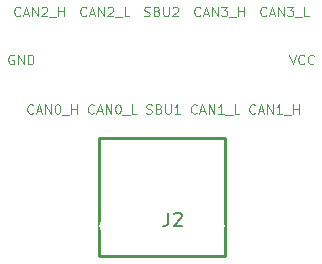
<source format=gbr>
%TF.GenerationSoftware,KiCad,Pcbnew,7.0.5*%
%TF.CreationDate,2024-03-06T10:31:56-05:00*%
%TF.ProjectId,female_connector,66656d61-6c65-45f6-936f-6e6e6563746f,rev?*%
%TF.SameCoordinates,Original*%
%TF.FileFunction,Legend,Top*%
%TF.FilePolarity,Positive*%
%FSLAX46Y46*%
G04 Gerber Fmt 4.6, Leading zero omitted, Abs format (unit mm)*
G04 Created by KiCad (PCBNEW 7.0.5) date 2024-03-06 10:31:56*
%MOMM*%
%LPD*%
G01*
G04 APERTURE LIST*
%ADD10C,0.152000*%
%ADD11C,0.100000*%
%ADD12C,0.254000*%
%ADD13C,0.650000*%
%ADD14O,1.700000X1.000000*%
%ADD15R,0.300000X1.000000*%
%ADD16C,0.600000*%
%ADD17C,3.000000*%
G04 APERTURE END LIST*
D10*
%TO.C,J2*%
X574714Y-8902869D02*
X574714Y-9719298D01*
X574714Y-9719298D02*
X520285Y-9882583D01*
X520285Y-9882583D02*
X411428Y-9991441D01*
X411428Y-9991441D02*
X248142Y-10045869D01*
X248142Y-10045869D02*
X139285Y-10045869D01*
X1064571Y-9011726D02*
X1118999Y-8957298D01*
X1118999Y-8957298D02*
X1227857Y-8902869D01*
X1227857Y-8902869D02*
X1499999Y-8902869D01*
X1499999Y-8902869D02*
X1608857Y-8957298D01*
X1608857Y-8957298D02*
X1663285Y-9011726D01*
X1663285Y-9011726D02*
X1717714Y-9120583D01*
X1717714Y-9120583D02*
X1717714Y-9229441D01*
X1717714Y-9229441D02*
X1663285Y-9392726D01*
X1663285Y-9392726D02*
X1010142Y-10045869D01*
X1010142Y-10045869D02*
X1717714Y-10045869D01*
D11*
%TO.C,J1*%
X10809979Y4459105D02*
X11076646Y3659105D01*
X11076646Y3659105D02*
X11343312Y4459105D01*
X12067122Y3735296D02*
X12029026Y3697200D01*
X12029026Y3697200D02*
X11914741Y3659105D01*
X11914741Y3659105D02*
X11838550Y3659105D01*
X11838550Y3659105D02*
X11724264Y3697200D01*
X11724264Y3697200D02*
X11648074Y3773391D01*
X11648074Y3773391D02*
X11609979Y3849581D01*
X11609979Y3849581D02*
X11571883Y4001962D01*
X11571883Y4001962D02*
X11571883Y4116248D01*
X11571883Y4116248D02*
X11609979Y4268629D01*
X11609979Y4268629D02*
X11648074Y4344820D01*
X11648074Y4344820D02*
X11724264Y4421010D01*
X11724264Y4421010D02*
X11838550Y4459105D01*
X11838550Y4459105D02*
X11914741Y4459105D01*
X11914741Y4459105D02*
X12029026Y4421010D01*
X12029026Y4421010D02*
X12067122Y4382915D01*
X12867122Y3735296D02*
X12829026Y3697200D01*
X12829026Y3697200D02*
X12714741Y3659105D01*
X12714741Y3659105D02*
X12638550Y3659105D01*
X12638550Y3659105D02*
X12524264Y3697200D01*
X12524264Y3697200D02*
X12448074Y3773391D01*
X12448074Y3773391D02*
X12409979Y3849581D01*
X12409979Y3849581D02*
X12371883Y4001962D01*
X12371883Y4001962D02*
X12371883Y4116248D01*
X12371883Y4116248D02*
X12409979Y4268629D01*
X12409979Y4268629D02*
X12448074Y4344820D01*
X12448074Y4344820D02*
X12524264Y4421010D01*
X12524264Y4421010D02*
X12638550Y4459105D01*
X12638550Y4459105D02*
X12714741Y4459105D01*
X12714741Y4459105D02*
X12829026Y4421010D01*
X12829026Y4421010D02*
X12867122Y4382915D01*
X3253406Y7799296D02*
X3215310Y7761200D01*
X3215310Y7761200D02*
X3101025Y7723105D01*
X3101025Y7723105D02*
X3024834Y7723105D01*
X3024834Y7723105D02*
X2910548Y7761200D01*
X2910548Y7761200D02*
X2834358Y7837391D01*
X2834358Y7837391D02*
X2796263Y7913581D01*
X2796263Y7913581D02*
X2758167Y8065962D01*
X2758167Y8065962D02*
X2758167Y8180248D01*
X2758167Y8180248D02*
X2796263Y8332629D01*
X2796263Y8332629D02*
X2834358Y8408820D01*
X2834358Y8408820D02*
X2910548Y8485010D01*
X2910548Y8485010D02*
X3024834Y8523105D01*
X3024834Y8523105D02*
X3101025Y8523105D01*
X3101025Y8523105D02*
X3215310Y8485010D01*
X3215310Y8485010D02*
X3253406Y8446915D01*
X3558167Y7951677D02*
X3939120Y7951677D01*
X3481977Y7723105D02*
X3748644Y8523105D01*
X3748644Y8523105D02*
X4015310Y7723105D01*
X4281977Y7723105D02*
X4281977Y8523105D01*
X4281977Y8523105D02*
X4739120Y7723105D01*
X4739120Y7723105D02*
X4739120Y8523105D01*
X5043881Y8523105D02*
X5539119Y8523105D01*
X5539119Y8523105D02*
X5272453Y8218343D01*
X5272453Y8218343D02*
X5386738Y8218343D01*
X5386738Y8218343D02*
X5462929Y8180248D01*
X5462929Y8180248D02*
X5501024Y8142153D01*
X5501024Y8142153D02*
X5539119Y8065962D01*
X5539119Y8065962D02*
X5539119Y7875486D01*
X5539119Y7875486D02*
X5501024Y7799296D01*
X5501024Y7799296D02*
X5462929Y7761200D01*
X5462929Y7761200D02*
X5386738Y7723105D01*
X5386738Y7723105D02*
X5158167Y7723105D01*
X5158167Y7723105D02*
X5081976Y7761200D01*
X5081976Y7761200D02*
X5043881Y7799296D01*
X5691501Y7646915D02*
X6301024Y7646915D01*
X6491501Y7723105D02*
X6491501Y8523105D01*
X6491501Y8142153D02*
X6948644Y8142153D01*
X6948644Y7723105D02*
X6948644Y8523105D01*
X-5757213Y-455704D02*
X-5795309Y-493800D01*
X-5795309Y-493800D02*
X-5909594Y-531895D01*
X-5909594Y-531895D02*
X-5985785Y-531895D01*
X-5985785Y-531895D02*
X-6100071Y-493800D01*
X-6100071Y-493800D02*
X-6176261Y-417609D01*
X-6176261Y-417609D02*
X-6214356Y-341419D01*
X-6214356Y-341419D02*
X-6252452Y-189038D01*
X-6252452Y-189038D02*
X-6252452Y-74752D01*
X-6252452Y-74752D02*
X-6214356Y77629D01*
X-6214356Y77629D02*
X-6176261Y153820D01*
X-6176261Y153820D02*
X-6100071Y230010D01*
X-6100071Y230010D02*
X-5985785Y268105D01*
X-5985785Y268105D02*
X-5909594Y268105D01*
X-5909594Y268105D02*
X-5795309Y230010D01*
X-5795309Y230010D02*
X-5757213Y191915D01*
X-5452452Y-303323D02*
X-5071499Y-303323D01*
X-5528642Y-531895D02*
X-5261975Y268105D01*
X-5261975Y268105D02*
X-4995309Y-531895D01*
X-4728642Y-531895D02*
X-4728642Y268105D01*
X-4728642Y268105D02*
X-4271499Y-531895D01*
X-4271499Y-531895D02*
X-4271499Y268105D01*
X-3738166Y268105D02*
X-3661976Y268105D01*
X-3661976Y268105D02*
X-3585785Y230010D01*
X-3585785Y230010D02*
X-3547690Y191915D01*
X-3547690Y191915D02*
X-3509595Y115724D01*
X-3509595Y115724D02*
X-3471500Y-36657D01*
X-3471500Y-36657D02*
X-3471500Y-227133D01*
X-3471500Y-227133D02*
X-3509595Y-379514D01*
X-3509595Y-379514D02*
X-3547690Y-455704D01*
X-3547690Y-455704D02*
X-3585785Y-493800D01*
X-3585785Y-493800D02*
X-3661976Y-531895D01*
X-3661976Y-531895D02*
X-3738166Y-531895D01*
X-3738166Y-531895D02*
X-3814357Y-493800D01*
X-3814357Y-493800D02*
X-3852452Y-455704D01*
X-3852452Y-455704D02*
X-3890547Y-379514D01*
X-3890547Y-379514D02*
X-3928643Y-227133D01*
X-3928643Y-227133D02*
X-3928643Y-36657D01*
X-3928643Y-36657D02*
X-3890547Y115724D01*
X-3890547Y115724D02*
X-3852452Y191915D01*
X-3852452Y191915D02*
X-3814357Y230010D01*
X-3814357Y230010D02*
X-3738166Y268105D01*
X-3319118Y-608085D02*
X-2709595Y-608085D01*
X-2138166Y-531895D02*
X-2519118Y-531895D01*
X-2519118Y-531895D02*
X-2519118Y268105D01*
X-1305833Y-493800D02*
X-1191547Y-531895D01*
X-1191547Y-531895D02*
X-1001071Y-531895D01*
X-1001071Y-531895D02*
X-924880Y-493800D01*
X-924880Y-493800D02*
X-886785Y-455704D01*
X-886785Y-455704D02*
X-848690Y-379514D01*
X-848690Y-379514D02*
X-848690Y-303323D01*
X-848690Y-303323D02*
X-886785Y-227133D01*
X-886785Y-227133D02*
X-924880Y-189038D01*
X-924880Y-189038D02*
X-1001071Y-150942D01*
X-1001071Y-150942D02*
X-1153452Y-112847D01*
X-1153452Y-112847D02*
X-1229642Y-74752D01*
X-1229642Y-74752D02*
X-1267737Y-36657D01*
X-1267737Y-36657D02*
X-1305833Y39534D01*
X-1305833Y39534D02*
X-1305833Y115724D01*
X-1305833Y115724D02*
X-1267737Y191915D01*
X-1267737Y191915D02*
X-1229642Y230010D01*
X-1229642Y230010D02*
X-1153452Y268105D01*
X-1153452Y268105D02*
X-962975Y268105D01*
X-962975Y268105D02*
X-848690Y230010D01*
X-239166Y-112847D02*
X-124880Y-150942D01*
X-124880Y-150942D02*
X-86785Y-189038D01*
X-86785Y-189038D02*
X-48689Y-265228D01*
X-48689Y-265228D02*
X-48689Y-379514D01*
X-48689Y-379514D02*
X-86785Y-455704D01*
X-86785Y-455704D02*
X-124880Y-493800D01*
X-124880Y-493800D02*
X-201070Y-531895D01*
X-201070Y-531895D02*
X-505832Y-531895D01*
X-505832Y-531895D02*
X-505832Y268105D01*
X-505832Y268105D02*
X-239166Y268105D01*
X-239166Y268105D02*
X-162975Y230010D01*
X-162975Y230010D02*
X-124880Y191915D01*
X-124880Y191915D02*
X-86785Y115724D01*
X-86785Y115724D02*
X-86785Y39534D01*
X-86785Y39534D02*
X-124880Y-36657D01*
X-124880Y-36657D02*
X-162975Y-74752D01*
X-162975Y-74752D02*
X-239166Y-112847D01*
X-239166Y-112847D02*
X-505832Y-112847D01*
X294168Y268105D02*
X294168Y-379514D01*
X294168Y-379514D02*
X332263Y-455704D01*
X332263Y-455704D02*
X370358Y-493800D01*
X370358Y-493800D02*
X446549Y-531895D01*
X446549Y-531895D02*
X598930Y-531895D01*
X598930Y-531895D02*
X675120Y-493800D01*
X675120Y-493800D02*
X713215Y-455704D01*
X713215Y-455704D02*
X751311Y-379514D01*
X751311Y-379514D02*
X751311Y268105D01*
X1551310Y-531895D02*
X1094167Y-531895D01*
X1322739Y-531895D02*
X1322739Y268105D01*
X1322739Y268105D02*
X1246548Y153820D01*
X1246548Y153820D02*
X1170358Y77629D01*
X1170358Y77629D02*
X1094167Y39534D01*
X-12532688Y4421010D02*
X-12608878Y4459105D01*
X-12608878Y4459105D02*
X-12723164Y4459105D01*
X-12723164Y4459105D02*
X-12837450Y4421010D01*
X-12837450Y4421010D02*
X-12913640Y4344820D01*
X-12913640Y4344820D02*
X-12951735Y4268629D01*
X-12951735Y4268629D02*
X-12989831Y4116248D01*
X-12989831Y4116248D02*
X-12989831Y4001962D01*
X-12989831Y4001962D02*
X-12951735Y3849581D01*
X-12951735Y3849581D02*
X-12913640Y3773391D01*
X-12913640Y3773391D02*
X-12837450Y3697200D01*
X-12837450Y3697200D02*
X-12723164Y3659105D01*
X-12723164Y3659105D02*
X-12646973Y3659105D01*
X-12646973Y3659105D02*
X-12532688Y3697200D01*
X-12532688Y3697200D02*
X-12494592Y3735296D01*
X-12494592Y3735296D02*
X-12494592Y4001962D01*
X-12494592Y4001962D02*
X-12646973Y4001962D01*
X-12151735Y3659105D02*
X-12151735Y4459105D01*
X-12151735Y4459105D02*
X-11694592Y3659105D01*
X-11694592Y3659105D02*
X-11694592Y4459105D01*
X-11313640Y3659105D02*
X-11313640Y4459105D01*
X-11313640Y4459105D02*
X-11123164Y4459105D01*
X-11123164Y4459105D02*
X-11008878Y4421010D01*
X-11008878Y4421010D02*
X-10932688Y4344820D01*
X-10932688Y4344820D02*
X-10894593Y4268629D01*
X-10894593Y4268629D02*
X-10856497Y4116248D01*
X-10856497Y4116248D02*
X-10856497Y4001962D01*
X-10856497Y4001962D02*
X-10894593Y3849581D01*
X-10894593Y3849581D02*
X-10932688Y3773391D01*
X-10932688Y3773391D02*
X-11008878Y3697200D01*
X-11008878Y3697200D02*
X-11123164Y3659105D01*
X-11123164Y3659105D02*
X-11313640Y3659105D01*
X-1467881Y7761200D02*
X-1353595Y7723105D01*
X-1353595Y7723105D02*
X-1163119Y7723105D01*
X-1163119Y7723105D02*
X-1086928Y7761200D01*
X-1086928Y7761200D02*
X-1048833Y7799296D01*
X-1048833Y7799296D02*
X-1010738Y7875486D01*
X-1010738Y7875486D02*
X-1010738Y7951677D01*
X-1010738Y7951677D02*
X-1048833Y8027867D01*
X-1048833Y8027867D02*
X-1086928Y8065962D01*
X-1086928Y8065962D02*
X-1163119Y8104058D01*
X-1163119Y8104058D02*
X-1315500Y8142153D01*
X-1315500Y8142153D02*
X-1391690Y8180248D01*
X-1391690Y8180248D02*
X-1429785Y8218343D01*
X-1429785Y8218343D02*
X-1467881Y8294534D01*
X-1467881Y8294534D02*
X-1467881Y8370724D01*
X-1467881Y8370724D02*
X-1429785Y8446915D01*
X-1429785Y8446915D02*
X-1391690Y8485010D01*
X-1391690Y8485010D02*
X-1315500Y8523105D01*
X-1315500Y8523105D02*
X-1125023Y8523105D01*
X-1125023Y8523105D02*
X-1010738Y8485010D01*
X-401214Y8142153D02*
X-286928Y8104058D01*
X-286928Y8104058D02*
X-248833Y8065962D01*
X-248833Y8065962D02*
X-210737Y7989772D01*
X-210737Y7989772D02*
X-210737Y7875486D01*
X-210737Y7875486D02*
X-248833Y7799296D01*
X-248833Y7799296D02*
X-286928Y7761200D01*
X-286928Y7761200D02*
X-363118Y7723105D01*
X-363118Y7723105D02*
X-667880Y7723105D01*
X-667880Y7723105D02*
X-667880Y8523105D01*
X-667880Y8523105D02*
X-401214Y8523105D01*
X-401214Y8523105D02*
X-325023Y8485010D01*
X-325023Y8485010D02*
X-286928Y8446915D01*
X-286928Y8446915D02*
X-248833Y8370724D01*
X-248833Y8370724D02*
X-248833Y8294534D01*
X-248833Y8294534D02*
X-286928Y8218343D01*
X-286928Y8218343D02*
X-325023Y8180248D01*
X-325023Y8180248D02*
X-401214Y8142153D01*
X-401214Y8142153D02*
X-667880Y8142153D01*
X132120Y8523105D02*
X132120Y7875486D01*
X132120Y7875486D02*
X170215Y7799296D01*
X170215Y7799296D02*
X208310Y7761200D01*
X208310Y7761200D02*
X284501Y7723105D01*
X284501Y7723105D02*
X436882Y7723105D01*
X436882Y7723105D02*
X513072Y7761200D01*
X513072Y7761200D02*
X551167Y7799296D01*
X551167Y7799296D02*
X589263Y7875486D01*
X589263Y7875486D02*
X589263Y8523105D01*
X932119Y8446915D02*
X970215Y8485010D01*
X970215Y8485010D02*
X1046405Y8523105D01*
X1046405Y8523105D02*
X1236881Y8523105D01*
X1236881Y8523105D02*
X1313072Y8485010D01*
X1313072Y8485010D02*
X1351167Y8446915D01*
X1351167Y8446915D02*
X1389262Y8370724D01*
X1389262Y8370724D02*
X1389262Y8294534D01*
X1389262Y8294534D02*
X1351167Y8180248D01*
X1351167Y8180248D02*
X894024Y7723105D01*
X894024Y7723105D02*
X1389262Y7723105D01*
X-11977118Y7799296D02*
X-12015214Y7761200D01*
X-12015214Y7761200D02*
X-12129499Y7723105D01*
X-12129499Y7723105D02*
X-12205690Y7723105D01*
X-12205690Y7723105D02*
X-12319976Y7761200D01*
X-12319976Y7761200D02*
X-12396166Y7837391D01*
X-12396166Y7837391D02*
X-12434261Y7913581D01*
X-12434261Y7913581D02*
X-12472357Y8065962D01*
X-12472357Y8065962D02*
X-12472357Y8180248D01*
X-12472357Y8180248D02*
X-12434261Y8332629D01*
X-12434261Y8332629D02*
X-12396166Y8408820D01*
X-12396166Y8408820D02*
X-12319976Y8485010D01*
X-12319976Y8485010D02*
X-12205690Y8523105D01*
X-12205690Y8523105D02*
X-12129499Y8523105D01*
X-12129499Y8523105D02*
X-12015214Y8485010D01*
X-12015214Y8485010D02*
X-11977118Y8446915D01*
X-11672357Y7951677D02*
X-11291404Y7951677D01*
X-11748547Y7723105D02*
X-11481880Y8523105D01*
X-11481880Y8523105D02*
X-11215214Y7723105D01*
X-10948547Y7723105D02*
X-10948547Y8523105D01*
X-10948547Y8523105D02*
X-10491404Y7723105D01*
X-10491404Y7723105D02*
X-10491404Y8523105D01*
X-10148548Y8446915D02*
X-10110452Y8485010D01*
X-10110452Y8485010D02*
X-10034262Y8523105D01*
X-10034262Y8523105D02*
X-9843786Y8523105D01*
X-9843786Y8523105D02*
X-9767595Y8485010D01*
X-9767595Y8485010D02*
X-9729500Y8446915D01*
X-9729500Y8446915D02*
X-9691405Y8370724D01*
X-9691405Y8370724D02*
X-9691405Y8294534D01*
X-9691405Y8294534D02*
X-9729500Y8180248D01*
X-9729500Y8180248D02*
X-10186643Y7723105D01*
X-10186643Y7723105D02*
X-9691405Y7723105D01*
X-9539023Y7646915D02*
X-8929500Y7646915D01*
X-8739023Y7723105D02*
X-8739023Y8523105D01*
X-8739023Y8142153D02*
X-8281880Y8142153D01*
X-8281880Y7723105D02*
X-8281880Y8523105D01*
X-10894308Y-455704D02*
X-10932404Y-493800D01*
X-10932404Y-493800D02*
X-11046689Y-531895D01*
X-11046689Y-531895D02*
X-11122880Y-531895D01*
X-11122880Y-531895D02*
X-11237166Y-493800D01*
X-11237166Y-493800D02*
X-11313356Y-417609D01*
X-11313356Y-417609D02*
X-11351451Y-341419D01*
X-11351451Y-341419D02*
X-11389547Y-189038D01*
X-11389547Y-189038D02*
X-11389547Y-74752D01*
X-11389547Y-74752D02*
X-11351451Y77629D01*
X-11351451Y77629D02*
X-11313356Y153820D01*
X-11313356Y153820D02*
X-11237166Y230010D01*
X-11237166Y230010D02*
X-11122880Y268105D01*
X-11122880Y268105D02*
X-11046689Y268105D01*
X-11046689Y268105D02*
X-10932404Y230010D01*
X-10932404Y230010D02*
X-10894308Y191915D01*
X-10589547Y-303323D02*
X-10208594Y-303323D01*
X-10665737Y-531895D02*
X-10399070Y268105D01*
X-10399070Y268105D02*
X-10132404Y-531895D01*
X-9865737Y-531895D02*
X-9865737Y268105D01*
X-9865737Y268105D02*
X-9408594Y-531895D01*
X-9408594Y-531895D02*
X-9408594Y268105D01*
X-8875261Y268105D02*
X-8799071Y268105D01*
X-8799071Y268105D02*
X-8722880Y230010D01*
X-8722880Y230010D02*
X-8684785Y191915D01*
X-8684785Y191915D02*
X-8646690Y115724D01*
X-8646690Y115724D02*
X-8608595Y-36657D01*
X-8608595Y-36657D02*
X-8608595Y-227133D01*
X-8608595Y-227133D02*
X-8646690Y-379514D01*
X-8646690Y-379514D02*
X-8684785Y-455704D01*
X-8684785Y-455704D02*
X-8722880Y-493800D01*
X-8722880Y-493800D02*
X-8799071Y-531895D01*
X-8799071Y-531895D02*
X-8875261Y-531895D01*
X-8875261Y-531895D02*
X-8951452Y-493800D01*
X-8951452Y-493800D02*
X-8989547Y-455704D01*
X-8989547Y-455704D02*
X-9027642Y-379514D01*
X-9027642Y-379514D02*
X-9065738Y-227133D01*
X-9065738Y-227133D02*
X-9065738Y-36657D01*
X-9065738Y-36657D02*
X-9027642Y115724D01*
X-9027642Y115724D02*
X-8989547Y191915D01*
X-8989547Y191915D02*
X-8951452Y230010D01*
X-8951452Y230010D02*
X-8875261Y268105D01*
X-8456213Y-608085D02*
X-7846690Y-608085D01*
X-7656213Y-531895D02*
X-7656213Y268105D01*
X-7656213Y-112847D02*
X-7199070Y-112847D01*
X-7199070Y-531895D02*
X-7199070Y268105D01*
X8850882Y7799296D02*
X8812786Y7761200D01*
X8812786Y7761200D02*
X8698501Y7723105D01*
X8698501Y7723105D02*
X8622310Y7723105D01*
X8622310Y7723105D02*
X8508024Y7761200D01*
X8508024Y7761200D02*
X8431834Y7837391D01*
X8431834Y7837391D02*
X8393739Y7913581D01*
X8393739Y7913581D02*
X8355643Y8065962D01*
X8355643Y8065962D02*
X8355643Y8180248D01*
X8355643Y8180248D02*
X8393739Y8332629D01*
X8393739Y8332629D02*
X8431834Y8408820D01*
X8431834Y8408820D02*
X8508024Y8485010D01*
X8508024Y8485010D02*
X8622310Y8523105D01*
X8622310Y8523105D02*
X8698501Y8523105D01*
X8698501Y8523105D02*
X8812786Y8485010D01*
X8812786Y8485010D02*
X8850882Y8446915D01*
X9155643Y7951677D02*
X9536596Y7951677D01*
X9079453Y7723105D02*
X9346120Y8523105D01*
X9346120Y8523105D02*
X9612786Y7723105D01*
X9879453Y7723105D02*
X9879453Y8523105D01*
X9879453Y8523105D02*
X10336596Y7723105D01*
X10336596Y7723105D02*
X10336596Y8523105D01*
X10641357Y8523105D02*
X11136595Y8523105D01*
X11136595Y8523105D02*
X10869929Y8218343D01*
X10869929Y8218343D02*
X10984214Y8218343D01*
X10984214Y8218343D02*
X11060405Y8180248D01*
X11060405Y8180248D02*
X11098500Y8142153D01*
X11098500Y8142153D02*
X11136595Y8065962D01*
X11136595Y8065962D02*
X11136595Y7875486D01*
X11136595Y7875486D02*
X11098500Y7799296D01*
X11098500Y7799296D02*
X11060405Y7761200D01*
X11060405Y7761200D02*
X10984214Y7723105D01*
X10984214Y7723105D02*
X10755643Y7723105D01*
X10755643Y7723105D02*
X10679452Y7761200D01*
X10679452Y7761200D02*
X10641357Y7799296D01*
X11288977Y7646915D02*
X11898500Y7646915D01*
X12469929Y7723105D02*
X12088977Y7723105D01*
X12088977Y7723105D02*
X12088977Y8523105D01*
X2955073Y-455704D02*
X2916977Y-493800D01*
X2916977Y-493800D02*
X2802692Y-531895D01*
X2802692Y-531895D02*
X2726501Y-531895D01*
X2726501Y-531895D02*
X2612215Y-493800D01*
X2612215Y-493800D02*
X2536025Y-417609D01*
X2536025Y-417609D02*
X2497930Y-341419D01*
X2497930Y-341419D02*
X2459834Y-189038D01*
X2459834Y-189038D02*
X2459834Y-74752D01*
X2459834Y-74752D02*
X2497930Y77629D01*
X2497930Y77629D02*
X2536025Y153820D01*
X2536025Y153820D02*
X2612215Y230010D01*
X2612215Y230010D02*
X2726501Y268105D01*
X2726501Y268105D02*
X2802692Y268105D01*
X2802692Y268105D02*
X2916977Y230010D01*
X2916977Y230010D02*
X2955073Y191915D01*
X3259834Y-303323D02*
X3640787Y-303323D01*
X3183644Y-531895D02*
X3450311Y268105D01*
X3450311Y268105D02*
X3716977Y-531895D01*
X3983644Y-531895D02*
X3983644Y268105D01*
X3983644Y268105D02*
X4440787Y-531895D01*
X4440787Y-531895D02*
X4440787Y268105D01*
X5240786Y-531895D02*
X4783643Y-531895D01*
X5012215Y-531895D02*
X5012215Y268105D01*
X5012215Y268105D02*
X4936024Y153820D01*
X4936024Y153820D02*
X4859834Y77629D01*
X4859834Y77629D02*
X4783643Y39534D01*
X5393168Y-608085D02*
X6002691Y-608085D01*
X6574120Y-531895D02*
X6193168Y-531895D01*
X6193168Y-531895D02*
X6193168Y268105D01*
X-6379642Y7799296D02*
X-6417738Y7761200D01*
X-6417738Y7761200D02*
X-6532023Y7723105D01*
X-6532023Y7723105D02*
X-6608214Y7723105D01*
X-6608214Y7723105D02*
X-6722500Y7761200D01*
X-6722500Y7761200D02*
X-6798690Y7837391D01*
X-6798690Y7837391D02*
X-6836785Y7913581D01*
X-6836785Y7913581D02*
X-6874881Y8065962D01*
X-6874881Y8065962D02*
X-6874881Y8180248D01*
X-6874881Y8180248D02*
X-6836785Y8332629D01*
X-6836785Y8332629D02*
X-6798690Y8408820D01*
X-6798690Y8408820D02*
X-6722500Y8485010D01*
X-6722500Y8485010D02*
X-6608214Y8523105D01*
X-6608214Y8523105D02*
X-6532023Y8523105D01*
X-6532023Y8523105D02*
X-6417738Y8485010D01*
X-6417738Y8485010D02*
X-6379642Y8446915D01*
X-6074881Y7951677D02*
X-5693928Y7951677D01*
X-6151071Y7723105D02*
X-5884404Y8523105D01*
X-5884404Y8523105D02*
X-5617738Y7723105D01*
X-5351071Y7723105D02*
X-5351071Y8523105D01*
X-5351071Y8523105D02*
X-4893928Y7723105D01*
X-4893928Y7723105D02*
X-4893928Y8523105D01*
X-4551072Y8446915D02*
X-4512976Y8485010D01*
X-4512976Y8485010D02*
X-4436786Y8523105D01*
X-4436786Y8523105D02*
X-4246310Y8523105D01*
X-4246310Y8523105D02*
X-4170119Y8485010D01*
X-4170119Y8485010D02*
X-4132024Y8446915D01*
X-4132024Y8446915D02*
X-4093929Y8370724D01*
X-4093929Y8370724D02*
X-4093929Y8294534D01*
X-4093929Y8294534D02*
X-4132024Y8180248D01*
X-4132024Y8180248D02*
X-4589167Y7723105D01*
X-4589167Y7723105D02*
X-4093929Y7723105D01*
X-3941547Y7646915D02*
X-3332024Y7646915D01*
X-2760595Y7723105D02*
X-3141547Y7723105D01*
X-3141547Y7723105D02*
X-3141547Y8523105D01*
X7901692Y-455704D02*
X7863596Y-493800D01*
X7863596Y-493800D02*
X7749311Y-531895D01*
X7749311Y-531895D02*
X7673120Y-531895D01*
X7673120Y-531895D02*
X7558834Y-493800D01*
X7558834Y-493800D02*
X7482644Y-417609D01*
X7482644Y-417609D02*
X7444549Y-341419D01*
X7444549Y-341419D02*
X7406453Y-189038D01*
X7406453Y-189038D02*
X7406453Y-74752D01*
X7406453Y-74752D02*
X7444549Y77629D01*
X7444549Y77629D02*
X7482644Y153820D01*
X7482644Y153820D02*
X7558834Y230010D01*
X7558834Y230010D02*
X7673120Y268105D01*
X7673120Y268105D02*
X7749311Y268105D01*
X7749311Y268105D02*
X7863596Y230010D01*
X7863596Y230010D02*
X7901692Y191915D01*
X8206453Y-303323D02*
X8587406Y-303323D01*
X8130263Y-531895D02*
X8396930Y268105D01*
X8396930Y268105D02*
X8663596Y-531895D01*
X8930263Y-531895D02*
X8930263Y268105D01*
X8930263Y268105D02*
X9387406Y-531895D01*
X9387406Y-531895D02*
X9387406Y268105D01*
X10187405Y-531895D02*
X9730262Y-531895D01*
X9958834Y-531895D02*
X9958834Y268105D01*
X9958834Y268105D02*
X9882643Y153820D01*
X9882643Y153820D02*
X9806453Y77629D01*
X9806453Y77629D02*
X9730262Y39534D01*
X10339787Y-608085D02*
X10949310Y-608085D01*
X11139787Y-531895D02*
X11139787Y268105D01*
X11139787Y-112847D02*
X11596930Y-112847D01*
X11596930Y-531895D02*
X11596930Y268105D01*
D12*
%TO.C,J2*%
X-5334000Y-2592000D02*
X5334000Y-2592000D01*
X-5334000Y-12592000D02*
X-5334000Y-2592000D01*
X5334000Y-2592000D02*
X5334000Y-12592000D01*
X5334000Y-12592000D02*
X-5334000Y-12592000D01*
%TD*%
%LPC*%
D13*
%TO.C,J2*%
X-3600000Y-4370000D03*
X3595000Y-4335000D03*
D14*
X-4125000Y-5620000D03*
X-4485000Y-10010000D03*
X4485000Y-10010000D03*
X4125000Y-5620000D03*
D15*
X-2750000Y-3810000D03*
X-2250000Y-3810000D03*
X-1750000Y-3810000D03*
X-1250000Y-3810000D03*
X-750000Y-3810000D03*
X-250000Y-3810000D03*
X250000Y-3810000D03*
X750000Y-3810000D03*
X1250000Y-3810000D03*
X1750000Y-3810000D03*
X2250000Y-3810000D03*
X2750000Y-3810000D03*
D16*
X2800000Y-5020000D03*
X2400000Y-5720000D03*
X1600000Y-5720000D03*
X1200000Y-5020000D03*
X800000Y-5720000D03*
X400000Y-5020000D03*
X-400000Y-5020000D03*
X-800000Y-5720000D03*
X-1200000Y-5020000D03*
X-1600000Y-5720000D03*
X-2400000Y-5720000D03*
X-2800000Y-5020000D03*
%TD*%
D17*
%TO.C,H1*%
X-16637000Y6858000D03*
%TD*%
%TO.C,H4*%
X8509000Y-8382000D03*
%TD*%
%TO.C,H3*%
X-8509000Y-8382000D03*
%TD*%
%TO.C,H2*%
X16637000Y6858000D03*
%TD*%
%TO.C,J1*%
X-12192000Y6096000D03*
X-8128000Y6096000D03*
X-4064000Y6096000D03*
X0Y6096000D03*
X4064000Y6096000D03*
X8128000Y6096000D03*
X12192000Y6096000D03*
X-12192000Y2032000D03*
X-8128000Y2032000D03*
X-4064000Y2032000D03*
X0Y2032000D03*
X4064000Y2032000D03*
X8128000Y2032000D03*
X12192000Y2032000D03*
%TD*%
%LPD*%
M02*

</source>
